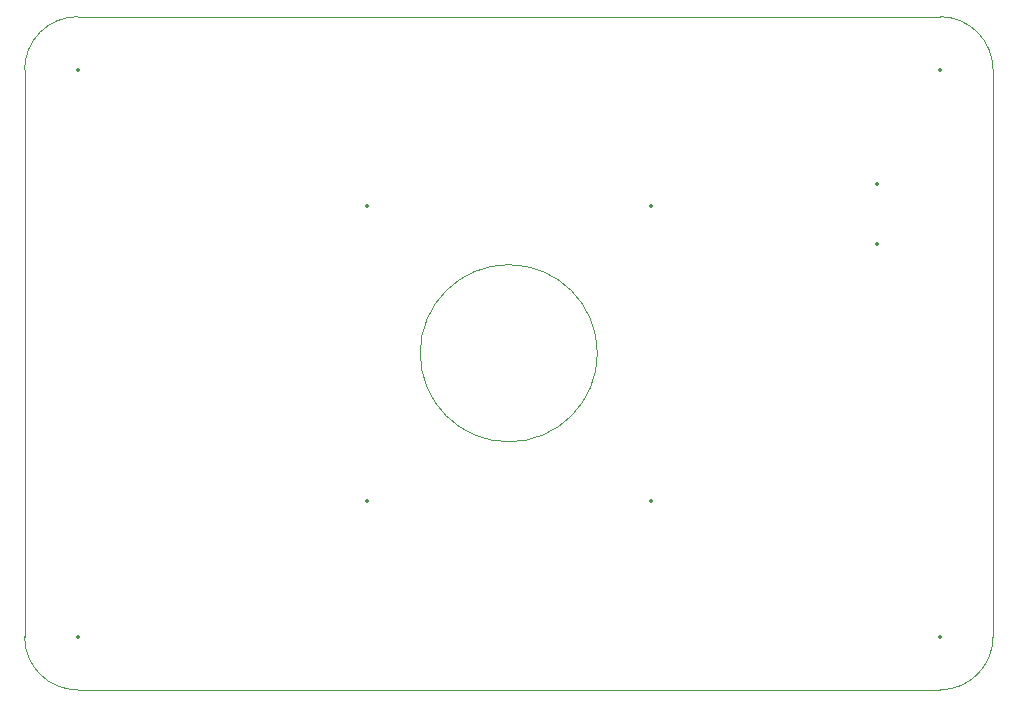
<source format=gm1>
%TF.GenerationSoftware,KiCad,Pcbnew,8.0.7*%
%TF.CreationDate,2025-01-15T23:21:58+00:00*%
%TF.ProjectId,PNP Camera,504e5020-4361-46d6-9572-612e6b696361,rev?*%
%TF.SameCoordinates,Original*%
%TF.FileFunction,Profile,NP*%
%FSLAX46Y46*%
G04 Gerber Fmt 4.6, Leading zero omitted, Abs format (unit mm)*
G04 Created by KiCad (PCBNEW 8.0.7) date 2025-01-15 23:21:58*
%MOMM*%
%LPD*%
G01*
G04 APERTURE LIST*
%TA.AperFunction,Profile*%
%ADD10C,0.050000*%
%TD*%
%ADD11C,0.350000*%
G04 APERTURE END LIST*
D10*
X84500000Y-40000000D02*
X157500000Y-40000000D01*
X162000000Y-92500000D02*
G75*
G02*
X157500000Y-97000000I-4500000J0D01*
G01*
X128500000Y-68500000D02*
G75*
G02*
X113500000Y-68500000I-7500000J0D01*
G01*
X113500000Y-68500000D02*
G75*
G02*
X128500000Y-68500000I7500000J0D01*
G01*
X84500000Y-97000000D02*
G75*
G02*
X80000000Y-92500000I0J4500000D01*
G01*
X80000000Y-92500000D02*
X80000000Y-44500000D01*
X80000000Y-44500000D02*
G75*
G02*
X84500000Y-40000000I4500000J0D01*
G01*
X157500000Y-97000000D02*
X84500000Y-97000000D01*
X157500000Y-40000000D02*
G75*
G02*
X162000000Y-44500000I0J-4500000D01*
G01*
X162000000Y-44500000D02*
X162000000Y-92500000D01*
D11*
X133000000Y-81000000D03*
X133000000Y-56000000D03*
X157500000Y-92500000D03*
X84500000Y-92500000D03*
X109000000Y-56000000D03*
X157500000Y-44500000D03*
X109000000Y-81000000D03*
X84500000Y-44500000D03*
X152175000Y-54205000D03*
X152175000Y-59285000D03*
M02*

</source>
